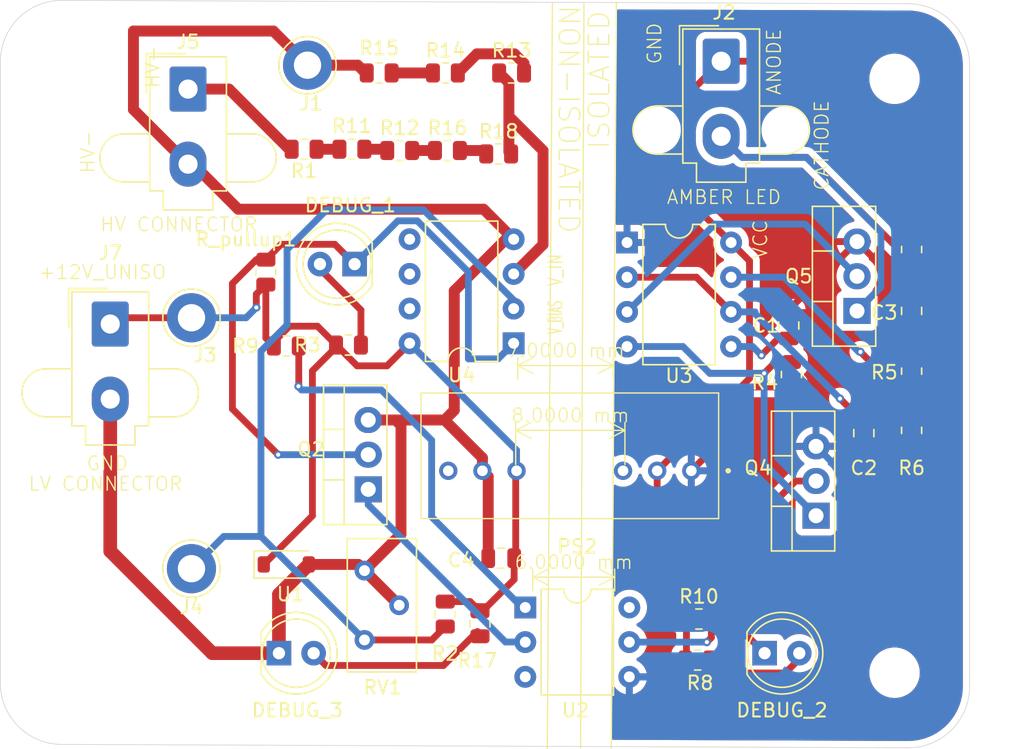
<source format=kicad_pcb>
(kicad_pcb (version 20241229) (generator "pcbnew") (generator_version "9.0")
  (layers (0 "F.Cu" signal) (2 "B.Cu" signal) (13 "F.Paste" user) (15 "B.Paste" user) (5 "F.SilkS" user "F.Silkscreen") (7 "B.SilkS" user "B.Silkscreen") (1 "F.Mask" user) (3 "B.Mask" user) (25 "Edge.Cuts" user))
  (net 0 "")
  (net 1 "12V_UNISO")
  (net 2 "HighVoltage-")
  (net 3 "Net-(DEBUG_1-K)")
  (net 4 "Net-(DEBUG_1-A)")
  (net 5 "Net-(DEBUG_2-K)")
  (net 6 "Net-(DEBUG_2-A)")
  (net 7 "Net-(DEBUG_3-A)")
  (net 8 "GND_ISO")
  (net 9 "12V_ISO")
  (net 12 "Net-(Q2-D)")
  (net 13 "V_BIAS")
  (net 14 "Net-(U3-THR)")
  (net 15 "Net-(U3-DIS)")
  (net 16 "Net-(Q5-G)")
  (net 17 "Net-(Q4-D)")
  (net 18 "Net-(U3-CV)")
  (net 19 "V_IN")
  (net 20 "Net-(J2-Pin_2)")
  (net 21 "Net-(R1-Pad2)")
  (net 22 "HighVoltage+")
  (net 23 "Net-(R9-Pad2)")
  (net 24 "Net-(R11-Pad1)")
  (net 25 "Net-(R13-Pad2)")
  (net 26 "Net-(R14-Pad1)")
  (net 29 "Net-(R12-Pad2)")
  (net 30 "Net-(R16-Pad2)")
  (footprint "TestPoint:TestPoint_Loop_D3.80mm_Drill2.0mm" (layer "F.Cu") (at 34.75 45.25)
    (property "Reference" "J3" (at 1 2.75 0) (layer "F.SilkS"))
    (property "Value" "12V TEST")
    (pad "1" thru_hole circle (at 0 0) (size 3.6 3.6) (drill 2) (layers "*.Cu" "*.Mask") (net 1 "12V_UNISO"))
  )
  (footprint "Resistor_SMD:R_0805_2012Metric" (layer "F.Cu") (at 87.5 40.25 -90)
    (property "Reference" "R7" (hide yes))
    (property "Value" "10k")
    (pad "1" smd roundrect (at -0.9125 0 270) (size 1.025 1.4) (layers "F.Cu" "F.Mask" "F.Paste") (roundrect_rratio 0.243902) (net 9 "12V_ISO"))
    (pad "2" smd roundrect (at 0.9125 0 270) (size 1.025 1.4) (layers "F.Cu" "F.Mask" "F.Paste") (roundrect_rratio 0.243902) (net 20 "Net-(J2-Pin_2)"))
  )
  (footprint "LED_THT:LED_D5.0mm" (layer "F.Cu") (at 46.7 41.32 180)
    (property "Reference" "DEBUG_1" (at 0.318694 4.32 180) (layer "F.SilkS"))
    (property "Value" "LED")
    (pad "1" thru_hole rect (at 0 0 180) (size 1.8 1.8) (drill 0.9) (layers "*.Cu" "*.Mask") (net 3 "Net-(DEBUG_1-K)"))
    (pad "2" thru_hole circle (at 2.54 0 180) (size 1.8 1.8) (drill 0.9) (layers "*.Cu" "*.Mask") (net 4 "Net-(DEBUG_1-A)"))
  )
  (footprint "Package_TO_SOT_THT:TO-220-3_Vertical" (layer "F.Cu") (at 47.696847 57.82 90)
    (property "Reference" "Q2" (at 2.939152 -4.196847 180) (layer "F.SilkS"))
    (property "Value" "NMOS")
    (pad "1" thru_hole rect (at 0 0 90) (size 1.905 2) (drill 1.1) (layers "*.Cu" "*.Mask") (net 12 "Net-(Q2-D)"))
    (pad "2" thru_hole oval (at 2.54 0 90) (size 1.905 2) (drill 1.1) (layers "*.Cu" "*.Mask") (net 3 "Net-(DEBUG_1-K)"))
    (pad "3" thru_hole oval (at 5.08 0 90) (size 1.905 2) (drill 1.1) (layers "*.Cu" "*.Mask") (net 2 "HighVoltage-"))
  )
  (footprint "MountingHole:MountingHole_3.2mm_M3" (layer "F.Cu") (at 86.25 27.75)
    (property "Reference" "H2" (hide yes))
    (property "Value" "MountingHole" (hide yes))
    (pad "" np_thru_hole circle (at 0 0) (size 3.2 3.2) (drill 3.2) (layers "*.Cu" "*.Mask"))
  )
  (footprint "Resistor_SMD:R_0805_2012Metric" (layer "F.Cu") (at 57.25 33.25)
    (property "Reference" "R18" (at 0 -1.65 0) (layer "F.SilkS"))
    (property "Value" "540k")
    (pad "1" smd roundrect (at -0.9125 0) (size 1.025 1.4) (layers "F.Cu" "F.Mask" "F.Paste") (roundrect_rratio 0.243902) (net 30 "Net-(R16-Pad2)"))
    (pad "2" smd roundrect (at 0.9125 0) (size 1.025 1.4) (layers "F.Cu" "F.Mask" "F.Paste") (roundrect_rratio 0.243902) (net 19 "V_IN"))
  )
  (footprint "Resistor_SMD:R_0805_2012Metric" (layer "F.Cu") (at 53.34 66.9525 -90)
    (property "Reference" "R2" (at 2.8975 0 180) (layer "F.SilkS"))
    (property "Value" "11k")
    (pad "1" smd roundrect (at -0.9125 0 270) (size 1.025 1.4) (layers "F.Cu" "F.Mask" "F.Paste") (roundrect_rratio 0.243902) (net 1 "12V_UNISO"))
    (pad "2" smd roundrect (at 0.9125 0 270) (size 1.025 1.4) (layers "F.Cu" "F.Mask" "F.Paste") (roundrect_rratio 0.243902) (net 13 "V_BIAS"))
  )
  (footprint "Resistor_SMD:R_0805_2012Metric" (layer "F.Cu") (at 50 33)
    (property "Reference" "R12" (at 0 -1.65 0) (layer "F.SilkS"))
    (property "Value" "540k")
    (pad "1" smd roundrect (at -0.9125 0) (size 1.025 1.4) (layers "F.Cu" "F.Mask" "F.Paste") (roundrect_rratio 0.243902) (net 24 "Net-(R11-Pad1)"))
    (pad "2" smd roundrect (at 0.9125 0) (size 1.025 1.4) (layers "F.Cu" "F.Mask" "F.Paste") (roundrect_rratio 0.243902) (net 29 "Net-(R12-Pad2)"))
  )
  (footprint "Resistor_SMD:R_0805_2012Metric" (layer "F.Cu") (at 71.831847 70.32)
    (property "Reference" "R8" (at 0.168153 1.68 0) (layer "F.SilkS"))
    (property "Value" "20k")
    (pad "1" smd roundrect (at -0.9125 0) (size 1.025 1.4) (layers "F.Cu" "F.Mask" "F.Paste") (roundrect_rratio 0.243902) (net 9 "12V_ISO"))
    (pad "2" smd roundrect (at 0.9125 0) (size 1.025 1.4) (layers "F.Cu" "F.Mask" "F.Paste") (roundrect_rratio 0.243902) (net 6 "Net-(DEBUG_2-A)"))
  )
  (footprint "Resistor_SMD:R_0805_2012Metric" (layer "F.Cu") (at 58.196847 27.32)
    (property "Reference" "R13" (at 0 -1.65 0) (layer "F.SilkS"))
    (property "Value" "20k")
    (pad "1" smd roundrect (at -0.9125 0) (size 1.025 1.4) (layers "F.Cu" "F.Mask" "F.Paste") (roundrect_rratio 0.243902) (net 19 "V_IN"))
    (pad "2" smd roundrect (at 0.9125 0) (size 1.025 1.4) (layers "F.Cu" "F.Mask" "F.Paste") (roundrect_rratio 0.243902) (net 25 "Net-(R13-Pad2)"))
  )
  (footprint "Package_DIP:DIP-8_W7.62mm" (layer "F.Cu") (at 58.35 47.12 180)
    (property "Reference" "U4" (at 3.81 -2.33 180) (layer "F.SilkS"))
    (property "Value" "LM393N/NOPB")
    (pad "1" thru_hole rect (at 0 0 180) (size 1.6 1.6) (drill 0.8) (layers "*.Cu" "*.Mask") (net 3 "Net-(DEBUG_1-K)"))
    (pad "2" thru_hole oval (at 0 2.54 180) (size 1.6 1.6) (drill 0.8) (layers "*.Cu" "*.Mask") (net 13 "V_BIAS"))
    (pad "3" thru_hole oval (at 0 5.08 180) (size 1.6 1.6) (drill 0.8) (layers "*.Cu" "*.Mask") (net 19 "V_IN"))
    (pad "4" thru_hole oval (at 0 7.62 180) (size 1.6 1.6) (drill 0.8) (layers "*.Cu" "*.Mask") (net 2 "HighVoltage-"))
    (pad "5" thru_hole oval (at 7.62 7.62 180) (size 1.6 1.6) (drill 0.8) (layers "*.Cu" "*.Mask"))
    (pad "6" thru_hole oval (at 7.62 5.08 180) (size 1.6 1.6) (drill 0.8) (layers "*.Cu" "*.Mask"))
    (pad "7" thru_hole oval (at 7.62 2.54 180) (size 1.6 1.6) (drill 0.8) (layers "*.Cu" "*.Mask"))
    (pad "8" thru_hole oval (at 7.62 0 180) (size 1.6 1.6) (drill 0.8) (layers "*.Cu" "*.Mask") (net 1 "12V_UNISO"))
  )
  (footprint "LED_THT:LED_D5.0mm" (layer "F.Cu") (at 41.156847 69.82)
    (property "Reference" "DEBUG_3" (at 1.343153 4.18 0) (layer "F.SilkS"))
    (property "Value" "LED")
    (pad "1" thru_hole rect (at 0 0) (size 1.8 1.8) (drill 0.9) (layers "*.Cu" "*.Mask") (net 2 "HighVoltage-"))
    (pad "2" thru_hole circle (at 2.54 0) (size 1.8 1.8) (drill 0.9) (layers "*.Cu" "*.Mask") (net 7 "Net-(DEBUG_3-A)"))
  )
  (footprint "Resistor_SMD:R_0805_2012Metric" (layer "F.Cu") (at 43 32.9075)
    (property "Reference" "R1" (at 0 1.5925 0) (layer "F.SilkS"))
    (property "Value" "540k")
    (pad "1" smd roundrect (at -0.9125 0) (size 1.025 1.4) (layers "F.Cu" "F.Mask" "F.Paste") (roundrect_rratio 0.243902) (net 22 "HighVoltage+"))
    (pad "2" smd roundrect (at 0.9125 0) (size 1.025 1.4) (layers "F.Cu" "F.Mask" "F.Paste") (roundrect_rratio 0.243902) (net 21 "Net-(R1-Pad2)"))
  )
  (footprint "Package_DIP:DIP-6_W7.62mm" (layer "F.Cu") (at 59.2 66.47)
    (property "Reference" "U2" (at 3.673153 7.53 0) (layer "F.SilkS"))
    (property "Value" "4N35" (hide yes))
    (pad "1" thru_hole rect (at 0 0) (size 1.6 1.6) (drill 0.8) (layers "*.Cu" "*.Mask") (net 23 "Net-(R9-Pad2)"))
    (pad "2" thru_hole oval (at 0 2.54) (size 1.6 1.6) (drill 0.8) (layers "*.Cu" "*.Mask") (net 12 "Net-(Q2-D)"))
    (pad "3" thru_hole oval (at 0 5.08) (size 1.6 1.6) (drill 0.8) (layers "*.Cu" "*.Mask"))
    (pad "4" thru_hole oval (at 7.62 5.08) (size 1.6 1.6) (drill 0.8) (layers "*.Cu" "*.Mask") (net 8 "GND_ISO"))
    (pad "5" thru_hole oval (at 7.62 2.54) (size 1.6 1.6) (drill 0.8) (layers "*.Cu" "*.Mask") (net 5 "Net-(DEBUG_2-K)"))
    (pad "6" thru_hole oval (at 7.62 0) (size 1.6 1.6) (drill 0.8) (layers "*.Cu" "*.Mask"))
  )
  (footprint "LED_THT:LED_D5.0mm" (layer "F.Cu") (at 76.731847 69.82)
    (property "Reference" "DEBUG_2" (at 1.268153 4.18 0) (layer "F.SilkS"))
    (property "Value" "LED")
    (pad "1" thru_hole rect (at 0 0) (size 1.8 1.8) (drill 0.9) (layers "*.Cu" "*.Mask") (net 5 "Net-(DEBUG_2-K)"))
    (pad "2" thru_hole circle (at 2.54 0) (size 1.8 1.8) (drill 0.9) (layers "*.Cu" "*.Mask") (net 6 "Net-(DEBUG_2-A)"))
  )
  (footprint "Capacitor_SMD:C_0805_2012Metric" (layer "F.Cu") (at 84 53.7 -90)
    (property "Reference" "C2" (at 2.55 0 180) (layer "F.SilkS"))
    (property "Value" "1uF")
    (pad "1" smd roundrect (at -0.95 0 270) (size 1 1.45) (layers "F.Cu" "F.Mask" "F.Paste") (net 14 "Net-(U3-THR)"))
    (pad "2" smd roundrect (at 0.95 0 270) (size 1 1.45) (layers "F.Cu" "F.Mask" "F.Paste") (net 8 "GND_ISO"))
  )
  (footprint "Resistor_SMD:R_0805_2012Metric" (layer "F.Cu") (at 87.5 49.1625 -90)
    (property "Reference" "R5" (at 0.0875 2 0) (layer "F.SilkS"))
    (property "Value" "22k")
    (pad "1" smd roundrect (at -0.9125 0 270) (size 1.025 1.4) (layers "F.Cu" "F.Mask" "F.Paste") (roundrect_rratio 0.243902) (net 9 "12V_ISO"))
    (pad "2" smd roundrect (at 0.9125 0 270) (size 1.025 1.4) (layers "F.Cu" "F.Mask" "F.Paste") (roundrect_rratio 0.243902) (net 15 "Net-(U3-DIS)"))
  )
  (footprint "TestPoint:TestPoint_Loop_D3.80mm_Drill2.0mm" (layer "F.Cu") (at 43.25 26.75)
    (property "Reference" "J1" (at 0.25 2.8 0) (layer "F.SilkS"))
    (property "Value" "V_BIAS TEST")
    (pad "1" thru_hole circle (at 0 0) (size 3.6 3.6) (drill 2) (layers "*.Cu" "*.Mask") (net 2 "HighVoltage-"))
  )
  (footprint "MountingHole:MountingHole_3.2mm_M3" (layer "F.Cu") (at 26.25 71)
    (property "Reference" "H4" (hide yes))
    (property "Value" "MountingHole" (hide yes))
    (pad "" np_thru_hole circle (at 0 0) (size 3.2 3.2) (drill 3.2) (layers "*.Cu" "*.Mask"))
  )
  (footprint "Connector_Molex:Molex_Mini-Fit_Jr_5566-02A2_2x01_P4.20mm_Vertical" (layer "F.Cu") (at 28.8 45.71)
    (property "Reference" "J7" (at 0 -5.21 0) (layer "F.SilkS"))
    (property "Value" "Conn_01x02")
    (pad "" np_thru_hole circle (at -4.7 5.04) (size 3 3) (drill 3) (layers "*.Cu" "*.Mask"))
    (pad "" np_thru_hole circle (at 4.7 5.04) (size 3 3) (drill 3) (layers "*.Cu" "*.Mask"))
    (pad "1" thru_hole roundrect (at 0 0) (size 2.7 3.3) (drill 1.4) (layers "*.Cu" "*.Mask") (roundrect_rratio 0.092593) (net 1 "12V_UNISO"))
    (pad "2" thru_hole oval (at 0 5.5) (size 2.7 3.3) (drill 1.4) (layers "*.Cu" "*.Mask") (net 2 "HighVoltage-"))
  )
  (footprint "Resistor_SMD:R_0805_2012Metric" (layer "F.Cu") (at 53.5 33)
    (property "Reference" "R16" (at 0 -1.65 0) (layer "F.SilkS"))
    (property "Value" "540k")
    (pad "1" smd roundrect (at -0.9125 0) (size 1.025 1.4) (layers "F.Cu" "F.Mask" "F.Paste") (roundrect_rratio 0.243902) (net 29 "Net-(R12-Pad2)"))
    (pad "2" smd roundrect (at 0.9125 0) (size 1.025 1.4) (layers "F.Cu" "F.Mask" "F.Paste") (roundrect_rratio 0.243902) (net 30 "Net-(R16-Pad2)"))
  )
  (footprint "MountingHole:MountingHole_3.2mm_M3" (layer "F.Cu") (at 26.25 27.5)
    (property "Reference" "H1" (hide yes))
    (property "Value" "MountingHole" (hide yes))
    (pad "" np_thru_hole circle (at 0 0) (size 3.2 3.2) (drill 3.2) (layers "*.Cu" "*.Mask"))
  )
  (footprint "Resistor_SMD:R_0805_2012Metric" (layer "F.Cu") (at 78.696847 49.4075 90)
    (property "Reference" "R4" (at -0.5925 -1.946847 180) (layer "F.SilkS"))
    (property "Value" "22k")
    (pad "1" smd roundrect (at -0.9125 0 90) (size 1.025 1.4) (layers "F.Cu" "F.Mask" "F.Paste") (roundrect_rratio 0.243902) (net 9 "12V_ISO"))
    (pad "2" smd roundrect (at 0.9125 0 90) (size 1.025 1.4) (layers "F.Cu" "F.Mask" "F.Paste") (roundrect_rratio 0.243902) (net 17 "Net-(Q4-D)"))
  )
  (footprint "Resistor_SMD:R_0805_2012Metric" (layer "F.Cu") (at 48.5 27.32 180)
    (property "Reference" "R15" (at 0 1.82 0) (layer "F.SilkS"))
    (property "Value" "20k")
    (pad "1" smd roundrect (at -0.9125 0 180) (size 1.025 1.4) (layers "F.Cu" "F.Mask" "F.Paste") (roundrect_rratio 0.243902) (net 26 "Net-(R14-Pad1)"))
    (pad "2" smd roundrect (at 0.9125 0 180) (size 1.025 1.4) (layers "F.Cu" "F.Mask" "F.Paste") (roundrect_rratio 0.243902) (net 2 "HighVoltage-"))
  )
  (footprint "Capacitor_SMD:C_0805_2012Metric" (layer "F.Cu") (at 78.5 45.82 90)
    (property "Reference" "C1" (at 0 -1.68 180) (layer "F.SilkS"))
    (property "Value" "100nF" (hide yes))
    (pad "1" smd roundrect (at -0.95 0 90) (size 1 1.45) (layers "F.Cu" "F.Mask" "F.Paste") (net 18 "Net-(U3-CV)"))
    (pad "2" smd roundrect (at 0.95 0 90) (size 1 1.45) (layers "F.Cu" "F.Mask" "F.Paste") (net 8 "GND_ISO"))
  )
  (footprint "Resistor_SMD:R_0805_2012Metric" (layer "F.Cu") (at 40.196847 41.9075 90)
    (property "Reference" "R_pullup1" (at 2.4075 -1.468694 180) (layer "F.SilkS"))
    (property "Value" "15k")
    (pad "1" smd roundrect (at -0.9125 0 90) (size 1.025 1.4) (layers "F.Cu" "F.Mask" "F.Paste") (roundrect_rratio 0.243902) (net 1 "12V_UNISO"))
    (pad "2" smd roundrect (at 0.9125 0 90) (size 1.025 1.4) (layers "F.Cu" "F.Mask" "F.Paste") (roundrect_rratio 0.243902) (net 3 "Net-(DEBUG_1-K)"))
  )
  (footprint "Potentiometer_THT:Potentiometer_Bourns_3296Y_Vertical" (layer "F.Cu") (at 47.421847 63.77 90)
    (property "Reference" "RV1" (at -8.55 1.328153 180) (layer "F.SilkS"))
    (property "Value" "1k default (1-5k)")
    (pad "1" thru_hole circle (at 0 0 90) (size 1.44 1.44) (drill 0.8) (layers "*.Cu" "*.Mask") (net 2 "HighVoltage-"))
    (pad "2" thru_hole circle (at -2.54 2.54 90) (size 1.44 1.44) (drill 0.8) (layers "*.Cu" "*.Mask") (net 2 "HighVoltage-"))
    (pad "3" thru_hole circle (at -5.08 0 90) (size 1.44 1.44) (drill 0.8) (layers "*.Cu" "*.Mask") (net 13 "V_BIAS"))
  )
  (footprint "Capacitor_SMD:C_0805_2012Metric" (layer "F.Cu") (at 57.436847 62.86)
    (property "Reference" "C4" (at -2.936847 0.14 0) (layer "F.SilkS"))
    (property "Value" "100nF")
    (pad "1" smd roundrect (at -0.95 0) (size 1 1.45) (layers "F.Cu" "F.Mask" "F.Paste") (net 2 "HighVoltage-"))
    (pad "2" smd roundrect (at 0.95 0) (size 1 1.45) (layers "F.Cu" "F.Mask" "F.Paste") (net 1 "12V_UNISO"))
  )
  (footprint "Resistor_SMD:R_0805_2012Metric" (layer "F.Cu") (at 87.5 53.5 90)
    (property "Reference" "R6" (at -2.75 0 180) (layer "F.SilkS"))
    (property "Value" "220k")
    (pad "1" smd roundrect (at -0.9125 0 90) (size 1.025 1.4) (layers "F.Cu" "F.Mask" "F.Paste") (roundrect_rratio 0.243902) (net 15 "Net-(U3-DIS)"))
    (pad "2" smd roundrect (at 0.9125 0 90) (size 1.025 1.4) (layers "F.Cu" "F.Mask" "F.Paste") (roundrect_rratio 0.243902) (net 14 "Net-(U3-THR)"))
  )
  (footprint "Resistor_SMD:R_0805_2012Metric" (layer "F.Cu") (at 46.5 32.9075 180)
    (property "Reference" "R11" (at 0 1.7125 0) (layer "F.SilkS"))
    (property "Value" "540k")
    (pad "1" smd roundrect (at -0.9125 0 180) (size 1.025 1.4) (layers "F.Cu" "F.Mask" "F.Paste") (roundrect_rratio 0.243902) (net 24 "Net-(R11-Pad1)"))
    (pad "2" smd roundrect (at 0.9125 0 180) (size 1.025 1.4) (layers "F.Cu" "F.Mask" "F.Paste") (roundrect_rratio 0.243902) (net 21 "Net-(R1-Pad2)"))
  )
  (footprint "Connector_Molex:Molex_Mini-Fit_Jr_5566-02A2_2x01_P4.20mm_Vertical" (layer "F.Cu") (at 73.55 26.46)
    (property "Reference" "J2" (at 0.213153 -3.57 0) (layer "F.SilkS"))
    (property "Value" "Conn_01x02")
    (pad "" np_thru_hole circle (at -4.7 5.04) (size 3 3) (drill 3) (layers "*.Cu" "*.Mask"))
    (pad "" np_thru_hole circle (at 4.7 5.04) (size 3 3) (drill 3) (layers "*.Cu" "*.Mask"))
    (pad "1" thru_hole roundrect (at 0 0) (size 2.7 3.3) (drill 1.4) (layers "*.Cu" "*.Mask") (roundrect_rratio 0.092593) (net 9 "12V_ISO"))
    (pad "2" thru_hole oval (at 0 5.5) (size 2.7 3.3) (drill 1.4) (layers "*.Cu" "*.Mask") (net 20 "Net-(J2-Pin_2)"))
  )
  (footprint "Package_TO_SOT_THT:TO-220-3_Vertical" (layer "F.Cu") (at 80.5 59.75 90)
    (property "Reference" "Q4" (at 3.5 -4.25 180) (layer "F.SilkS"))
    (property "Value" "NMOS")
    (pad "1" thru_hole rect (at 0 0 90) (size 1.905 2) (drill 1.1) (layers "*.Cu" "*.Mask") (net 17 "Net-(Q4-D)"))
    (pad "2" thru_hole oval (at 2.54 0 90) (size 1.905 2) (drill 1.1) (layers "*.Cu" "*.Mask") (net 5 "Net-(DEBUG_2-K)"))
    (pad "3" thru_hole oval (at 5.08 0 90) (size 1.905 2) (drill 1.1) (layers "*.Cu" "*.Mask") (net 8 "GND_ISO"))
  )
  (footprint "Diode_SMD:D_SOD-123" (layer "F.Cu") (at 41.696847 63.32)
    (property "Reference" "U1" (at 0.303153 2.18 0) (layer "F.SilkS"))
    (property "Value" "MMSZ5245BT1G" (hide yes))
    (pad "1" smd roundrect (at -1.65 0) (size 0.9 1.2) (layers "F.Cu" "F.Mask" "F.Paste") (net 1 "12V_UNISO"))
    (pad "2" smd roundrect (at 1.65 0) (size 0.9 1.2) (layers "F.Cu" "F.Mask" "F.Paste") (net 2 "HighVoltage-"))
  )
  (footprint "Package_DIP:DIP-8_W7.62mm" (layer "F.Cu") (at 66.656847 39.74)
    (property "Reference" "U3" (at 3.81 9.76 0) (layer "F.SilkS"))
    (property "Value" "LM555xN")
    (pad "1" thru_hole rect (at 0 0) (size 1.6 1.6) (drill 0.8) (layers "*.Cu" "*.Mask") (net 8 "GND_ISO"))
    (pad "2" thru_hole oval (at 0 2.54) (size 1.6 1.6) (drill 0.8) (layers "*.Cu" "*.Mask") (net 14 "Net-(U3-THR)"))
    (pad "3" thru_hole oval (at 0 5.08) (size 1.6 1.6) (drill 0.8) (layers "*.Cu" "*.Mask") (net 16 "Net-(Q5-G)"))
    (pad "4" thru_hole oval (at 0 7.62) (size 1.6 1.6) (drill 0.8) (layers "*.Cu" "*.Mask") (net 17 "Net-(Q4-D)"))
    (pad "5" thru_hole oval (at 7.62 7.62) (size 1.6 1.6) (drill 0.8) (layers "*.Cu" "*.Mask") (net 18 "Net-(U3-CV)"))
    (pad "6" thru_hole oval (at 7.62 5.08) (size 1.6 1.6) (drill 0.8) (layers "*.Cu" "*.Mask") (net 14 "Net-(U3-THR)"))
    (pad "7" thru_hole oval (at 7.62 2.54) (size 1.6 1.6) (drill 0.8) (layers "*.Cu" "*.Mask") (net 15 "Net-(U3-DIS)"))
    (pad "8" thru_hole oval (at 7.62 0) (size 1.6 1.6) (drill 0.8) (layers "*.Cu" "*.Mask") (net 9 "12V_ISO"))
  )
  (footprint "TestPoint:TestPoint_Loop_D3.80mm_Drill2.0mm" (layer "F.Cu") (at 34.75 63.63)
    (property "Reference" "J4" (at 0 2.8 0) (layer "F.SilkS"))
    (property "Value" "V_IN TEST")
    (pad "1" thru_hole circle (at 0 0) (size 3.6 3.6) (drill 2) (layers "*.Cu" "*.Mask") (net 13 "V_BIAS"))
  )
  (footprint "Resistor_SMD:R_0805_2012Metric" (layer "F.Cu") (at 53.348423 27.32)
    (property "Reference" "R14" (at 0 -1.65 0) (layer "F.SilkS"))
    (property "Value" "20k")
    (pad "1" smd roundrect (at -0.9125 0) (size 1.025 1.4) (layers "F.Cu" "F.Mask" "F.Paste") (roundrect_rratio 0.243902) (net 26 "Net-(R14-Pad1)"))
    (pad "2" smd roundrect (at 0.9125 0) (size 1.025 1.4) (layers "F.Cu" "F.Mask" "F.Paste") (roundrect_rratio 0.243902) (net 25 "Net-(R13-Pad2)"))
  )
  (footprint "Resistor_SMD:R_0805_2012Metric" (layer "F.Cu") (at 71.919347 67.32)
    (property "Reference" "R10" (at 0 -1.65 0) (layer "F.SilkS"))
    (property "Value" "20k" (hide yes))
    (pad "1" smd roundrect (at -0.9125 0) (size 1.025 1.4) (layers "F.Cu" "F.Mask" "F.Paste") (roundrect_rratio 0.243902) (net 9 "12V_ISO"))
    (pad "2" smd roundrect (at 0.9125 0) (size 1.025 1.4) (layers "F.Cu" "F.Mask" "F.Paste") (roundrect_rratio 0.243902) (net 5 "Net-(DEBUG_2-K)"))
  )
  (footprint "MountingHole:MountingHole_3.2mm_M3" (layer "F.Cu") (at 86.25 71.25)
    (property "Reference" "H3" (hide yes))
    (property "Value" "MountingHole" (hide yes))
    (pad "" np_thru_hole circle (at 0 0) (size 3.2 3.2) (drill 3.2) (layers "*.Cu" "*.Mask"))
  )
  (footprint "Package_TO_SOT_THT:TO-220-3_Vertical" (layer "F.Cu") (at 83.5 44.75 90)
    (property "Reference" "Q5" (at 2.54 -4.27 180) (layer "F.SilkS"))
    (property "Value" "NMOS")
    (pad "1" thru_hole rect (at 0 0 90) (size 1.905 2) (drill 1.1) (layers "*.Cu" "*.Mask") (net 20 "Net-(J2-Pin_2)"))
    (pad "2" thru_hole oval (at 2.54 0 90) (size 1.905 2) (drill 1.1) (layers "*.Cu" "*.Mask") (net 16 "Net-(Q5-G)"))
    (pad "3" thru_hole oval (at 5.08 0 90) (size 1.905 2) (drill 1.1) (layers "*.Cu" "*.Mask") (net 8 "GND_ISO"))
  )
  (footprint "Resistor_SMD:R_0805_2012Metric" (layer "F.Cu") (at 46.25 47.25)
    (property "Reference" "R3" (at -3 0 0) (layer "F.SilkS"))
    (property "Value" "20k")
    (pad "1" smd roundrect (at -0.9125 0) (size 1.025 1.4) (layers "F.Cu" "F.Mask" "F.Paste") (roundrect_rratio 0.243902) (net 1 "12V_UNISO"))
    (pad "2" smd roundrect (at 0.9125 0) (size 1.025 1.4) (layers "F.Cu" "F.Mask" "F.Paste") (roundrect_rratio 0.243902) (net 4 "Net-(DEBUG_1-A)"))
  )
  (footprint "Resistor_SMD:R_0805_2012Metric" (layer "F.Cu") (at 41.696847 47.32)
    (property "Reference" "R9" (at -3 0 0) (layer "F.SilkS"))
    (property "Value" "10k")
    (pad "1" smd roundrect (at -0.9125 0) (size 1.025 1.4) (layers "F.Cu" "F.Mask" "F.Paste") (roundrect_rratio 0.243902) (net 1 "12V_UNISO"))
    (pad "2" smd roundrect (at 0.9125 0) (size 1.025 1.4) (layers "F.Cu" "F.Mask" "F.Paste") (roundrect_rratio 0.243902) (net 23 "Net-(R9-Pad2)"))
  )
  (footprint "SPAN02A12:SPAN02A12" (layer "F.Cu") (at 71.361847 56.46 180)
    (property "Reference" "PS2" (at 8.361847 -5.54 0) (layer "F.SilkS"))
    (property "Value" "SPAN02A-12")
    (pad "1" thru_hole circle (at 0 0 180) (size 1.337 1.337) (drill 0.78) (layers "*.Cu" "*.Mask") (net 8 "GND_ISO"))
    (pad "2" thru_hole circle (at 2.5 0 180) (size 1.337 1.337) (drill 0.78) (layers "*.Cu" "*.Mask") (net 9 "12V_ISO"))
    (pad "3" thru_hole circle (at 5 0 180) (size 1.337 1.337) (drill 0.78) (layers "*.Cu" "*.Mask"))
    (pad "6" thru_hole circle (at 12.8 0 180) (size 1.337 1.337) (drill 0.78) (layers "*.Cu" "*.Mask") (net 1 "12V_UNISO"))
    (pad "7" thru_hole circle (at 15.3 0 180) (size 1.337 1.337) (drill 0.78) (layers "*.Cu" "*.Mask") (net 2 "HighVoltage-"))
    (pad "8" thru_hole circle (at 17.8 0 180) (size 1.337 1.337) (drill 0.78) (layers "*.Cu" "*.Mask"))
  )
  (footprint "Connector_Molex:Molex_Mini-Fit_Jr_5566-02A2_2x01_P4.20mm_Vertical" (layer "F.Cu") (at 34.5 28.5)
    (property "Reference" "J5" (at 0 -3.45 0) (layer "F.SilkS"))
    (property "Value" "Conn_01x02")
    (pad "" np_thru_hole circle (at -4.7 5.04) (size 3 3) (drill 3) (layers "*.Cu" "*.Mask"))
    (pad "" np_thru_hole circle (at 4.7 5.04) (size 3 3) (drill 3) (layers "*.Cu" "*.Mask"))
    (pad "1" thru_hole roundrect (at 0 0) (size 2.7 3.3) (drill 1.4) (layers "*.Cu" "*.Mask") (roundrect_rratio 0.092593) (net 22 "HighVoltage+"))
    (pad "2" thru_hole oval (at 0 5.5) (size 2.7 3.3) (drill 1.4) (layers "*.Cu" "*.Mask") (net 2 "HighVoltage-"))
  )
  (footprint "Capacitor_SMD:C_0805_2012Metric" (layer "F.Cu") (at 87.5 44.75 90)
    (property "Reference" "C3" (at -0.13 -2.006847 180) (layer "F.SilkS"))
    (property "Value" "100nF")
    (pad "1" smd roundrect (at -0.95 0 90) (size 1 1.45) (layers "F.Cu" "F.Mask" "F.Paste") (net 9 "12V_ISO"))
    (pad "2" smd roundrect (at 0.95 0 90) (size 1 1.45) (layers "F.Cu" "F.Mask" "F.Paste") (net 8 "GND_ISO"))
  )
  (footprint "Resistor_SMD:R_0805_2012Metric" (layer "F.Cu") (at 55.88 67.6675 -90)
    (property "Reference" "R17" (at 2.68 0.196847 180) (layer "F.SilkS"))
    (property "Value" "20k")
    (pad "1" smd roundrect (at -0.9125 0 270) (size 1.025 1.4) (layers "F.Cu" "F.Mask" "F.Paste") (roundrect_rratio 0.243902) (net 1 "12V_UNISO"))
    (pad "2" smd roundrect (at 0.9125 0 270) (size 1.025 1.4) (layers "F.Cu" "F.Mask" "F.Paste") (roundrect_rratio 0.243902) (net 7 "Net-(DEBUG_3-A)"))
  )
  (gr_line (start 65.5 76.75) (end 65.875 22.125) (stroke (width 0.1)) (layer "F.SilkS"))
  (gr_line (start 60.8125 76.8125) (end 61.1875 22.1875) (stroke (width 0.1)) (layer "F.SilkS"))
  (gr_line (start 63.25 76.75) (end 63.5 22.25) (stroke (width 0.1)) (layer "F.SilkS"))
  (gr_arc (start 20.75 26.5) (mid 22.068019 23.318019) (end 25.25 22) (stroke (width 0.05)) (layer "Edge.Cuts"))
  (gr_arc (start 25.25 76.5) (mid 22.068019 75.181981) (end 20.75 72) (stroke (width 0.05)) (layer "Edge.Cuts"))
  (gr_line (start 25.25 22) (end 87.25 22.25) (stroke (width 0.05)) (layer "Edge.Cuts"))
  (gr_line (start 91.75 72.25) (end 91.75 26.75) (stroke (width 0.05)) (layer "Edge.Cuts"))
  (gr_line (start 25.25 76.5) (end 87.25 76.75) (stroke (width 0.05)) (layer "Edge.Cuts"))
  (gr_arc (start 91.75 72.25) (mid 90.431981 75.431981) (end 87.25 76.75) (stroke (width 0.05)) (layer "Edge.Cuts"))
  (gr_line (start 20.75 72) (end 20.75 26.5) (stroke (width 0.05)) (layer "Edge.Cuts"))
  (gr_arc (start 87.25 22.25) (mid 90.431981 23.568019) (end 91.75 26.75) (stroke (width 0.05)) (layer "Edge.Cuts"))
  (gr_text "ANODE" (at 78 29 90) (layer "F.SilkS") (effects (font (size 1 1) (thickness 0.1)) (justify left bottom)))
  (gr_text "V_IN" (at 62 43 90) (layer "F.SilkS") (effects (font (size 1 0.75) (thickness 0.1)) (justify left bottom)))
  (gr_text "HV+" (at 32.5 28.5 90) (layer "F.SilkS") (effects (font (size 1 1) (thickness 0.1)) (justify left bottom)))
  (gr_text "NON-ISOLATED" (at 61.5 22.25 270) (layer "F.SilkS") (effects (font (size 1.5 1.5) (thickness 0.1)) (justify left bottom)))
  (gr_text "LV CONNECTOR" (at 22.75 58 0) (layer "F.SilkS") (effects (font (size 1 1) (thickness 0.1)) (justify left bottom)))
  (gr_text "CATHODE" (at 81.5 36 90) (layer "F.SilkS") (effects (font (size 1 1) (thickness 0.1)) (justify left bottom)))
  (gr_text "VCC" (at 77 41 90) (layer "F.SilkS") (effects (font (size 1 1) (thickness 0.1)) (justify left bottom)))
  (gr_text "GND" (at 27 56.5 0) (layer "F.SilkS") (effects (font (size 1 1) (thickness 0.1)) (justify left bottom)))
  (gr_text "+12V_UNISO" (at 23.5 42.5 0) (layer "F.SilkS") (effects (font (size 1 1) (thickness 0.1)) (justify left bottom)))
  (gr_text "HV CONNECTOR" (at 28 39 0) (layer "F.SilkS") (effects (font (size 1 1) (thickness 0.1)) (justify left bottom)))
  (gr_text "V_BIAS" (at 62 46.5 90) (layer "F.SilkS") (effects (font (size 1 0.5) (thickness 0.1)) (justify left bottom)))
  (gr_text "ISOLATED" (at 65.5 33 90) (layer "F.SilkS") (effects (font (size 1.5 1.5) (thickness 0.1)) (justify left bottom)))
  (gr_text "AMBER LED" (at 69.5 37 0) (layer "F.SilkS") (effects (font (size 1 1) (thickness 0.1)) (justify left bottom)))
  (gr_text "HV-" (at 27.75 34.75 90) (layer "F.SilkS") (effects (font (size 1 1) (thickness 0.1)) (justify left bottom)))
  (gr_text "GND" (at 69.25 26.75 90) (layer "F.SilkS") (effects (font (size 1 1) (thickness 0.1)) (justify left bottom)))
  (dimension (type aligned) (layer "F.SilkS") (pts (xy 66.5 56.5) (xy 58.5 56.5)) (height 2.999999) (format (prefix "") (suffix "") (units 3) (units_format 1) (precision 4)) (style (thickness 0.1) (arrow_length 1.27) (text_position_mode 0) (arrow_direction outward) (extension_height 0.58642) (extension_offset 0.5) (keep_text_aligned yes)) (gr_text "8.0000 mm" (at 62.5 52.400001 0) (layer "F.SilkS") (effects (font (size 1 1) (thickness 0.1)))))
  (dimension (type aligned) (layer "F.SilkS") (pts (xy 59.75 65.75) (xy 65.75 65.75)) (height -1.5) (format (prefix "") (suffix "") (units 3) (units_format 1) (precision 4)) (style (thickness 0.1) (arrow_length 1.27) (text_position_mode 0) (arrow_direction outward) (extension_height 0.58642) (extension_offset 0.5) (keep_text_aligned yes)) (gr_text "6.0000 mm" (at 62.75 63.15 0) (layer "F.SilkS") (effects (font (size 1 1) (thickness 0.1)))))
  (dimension (type aligned) (layer "F.SilkS") (pts (xy 65.653153 50.25) (xy 58.653153 50.25)) (height 1.5) (format (prefix "") (suffix "") (units 3) (units_format 1) (precision 4)) (style (thickness 0.1) (arrow_length 1.27) (text_position_mode 0) (arrow_direction outward) (extension_height 0.58642) (extension_offset 0.5) (keep_text_aligned yes)) (gr_text "7.0000 mm" (at 62.153153 47.65 0) (layer "F.SilkS") (effects (font (size 1 1) (thickness 0.1)))))
  (segment (start 40.196847 46.7325) (end 40.784347 47.32) (width 0.5) (layer "F.Cu") (net 1))
  (segment (start 55.388205 66.4075) (end 55.696847 66.4075) (width 0.5) (layer "F.Cu") (net 1))
  (segment (start 34.75 45.25) (end 29.26 45.25) (width 0.5) (layer "F.Cu") (net 1))
  (segment (start 55.165 66.04) (end 55.88 66.755) (width 0.5) (layer "F.Cu") (net 1))
  (segment (start 43.98 45.87) (end 46.88 48.77) (width 0.5) (layer "F.Cu") (net 1))
  (segment (start 29.26 45.25) (end 28.8 45.71) (width 0.5) (layer "F.Cu") (net 1))
  (segment (start 58.386847 64.4175) (end 58.386847 62.86) (width 0.5) (layer "F.Cu") (net 1))
  (segment (start 46.88 48.77) (end 49.08 48.77) (width 0.5) (layer "F.Cu") (net 1))
  (segment (start 41.925705 45.87) (end 43.98 45.87) (width 0.5) (layer "F.Cu") (net 1))
  (segment (start 58.5 56.521847) (end 58.561847 56.46) (width 0.5) (layer "F.Cu") (net 1))
  (segment (start 40.046847 63.32) (end 43.609347 59.7575) (width 0.5) (layer "F.Cu") (net 1))
  (segment (start 58.5 62.746847) (end 58.5 56.521847) (width 0.5) (layer "F.Cu") (net 1))
  (segment (start 43.609347 59.7575) (end 43.609347 49.140653) (width 0.5) (layer "F.Cu") (net 1))
  (segment (start 40.196847 42.82) (end 40.196847 46.7325) (width 0.5) (layer "F.Cu") (net 1))
  (segment (start 49.08 48.77) (end 50.73 47.12) (width 0.5) (layer "F.Cu") (net 1))
  (segment (start 39.5 43.516847) (end 40.196847 42.82) (width 0.5) (layer "F.Cu") (net 1))
  (segment (start 40.784347 47.011358) (end 41.925705 45.87) (width 0.5) (layer "F.Cu") (net 1))
  (segment (start 43.609347 49.140653) (end 45.43 47.32) (width 0.5) (layer "F.Cu") (net 1))
  (segment (start 56.396847 66.4075) (end 58.386847 64.4175) (width 0.5) (layer "F.Cu") (net 1))
  (segment (start 40.784347 47.32) (end 40.784347 47.011358) (width 0.5) (layer "F.Cu") (net 1))
  (segment (start 58.386847 62.86) (end 58.5 62.746847) (width 0.5) (layer "F.Cu") (net 1))
  (segment (start 55.696847 66.4075) (end 56.396847 66.4075) (width 0.5) (layer "F.Cu") (net 1))
  (segment (start 39.5 44.5) (end 39.5 43.516847) (width 0.5) (layer "F.Cu") (net 1))
  (segment (start 53.34 66.04) (end 55.165 66.04) (width 0.5) (layer "F.Cu") (net 1))
  (via (at 39.5 44.5) (size 0.6) (drill 0.3) (layers "F.Cu" "B.Cu") (net 1))
  (segment (start 58.561847 56.46) (end 58.561847 54.951847) (width 0.5) (layer "B.Cu") (net 1))
  (segment (start 39.5 44.5) (end 38.75 45.25) (width 0.5) (layer "B.Cu") (net 1))
  (segment (start 58.561847 54.951847) (end 50.73 47.12) (width 0.5) (layer "B.Cu") (net 1))
  (segment (start 38.75 45.25) (end 34.75 45.25) (width 0.5) (layer "B.Cu") (net 1))
  (segment (start 30.5 24.25) (end 30.5 30) (width 0.8) (layer "F.Cu") (net 2))
  (segment (start 56.061847 55.514599) (end 56.061847 56.46) (width 0.8) (layer "F.Cu") (net 2))
  (segment (start 28.8 62.346905) (end 36.273095 69.82) (width 1) (layer "F.Cu") (net 2))
  (segment (start 50.096847 53.14) (end 50.096847 61.095) (width 0.8) (layer "F.Cu") (net 2))
  (segment (start 43.25 26.75) (end 46.93 26.75) (width 0.8) (layer "F.Cu") (net 2))
  (segment (start 28.8 51.21) (end 28.8 62.346905) (width 1) (layer "F.Cu") (net 2))
  (segment (start 53.776847 52.250401) (end 53.287248 52.74) (width 0.8) (layer "F.Cu") (net 2))
  (segment (start 56.486847 62.86) (end 56.486847 56.885) (width 0.8) (layer "F.Cu") (net 2))
  (segment (start 46.971847 63.32) (end 47.421847 63.77) (width 0.8) (layer "F.Cu") (net 2))
  (segment (start 57.77873 39.5) (end 54 43.27873) (width 0.8) (layer "F.Cu") (net 2))
  (segment (start 38.175 37.3) (end 35.0675 34.1925) (width 0.8) (layer "F.Cu") (net 2))
  (segment (start 58.35 39.5) (end 57.77873 39.5) (width 0.8) (layer "F.Cu") (net 2))
  (segment (start 50.096847 61.095) (end 47.421847 63.77) (width 0.8) (layer "F.Cu") (net 2))
  (segment (start 54 43.27873) (end 54 52.027248) (width 0.8) (layer "F.Cu") (net 2))
  (segment (start 47.696847 52.74) (end 49.696847 52.74) (width 0.8) (layer "F.Cu") (net 2))
  (segment (start 40.75 24.25) (end 30.5 24.25) (width 0.8) (layer "F.Cu") (net 2))
  (segment (start 56.15 37.3) (end 38.175 37.3) (width 0.8) (layer "F.Cu") (net 2))
  (segment (start 49.696847 52.74) (end 53.287248 52.74) (width 0.8) (layer "F.Cu") (net 2))
  (segment (start 58.35 39.5) (end 56.15 37.3) (width 0.8) (layer "F.Cu") (net 2))
  (segment (start 30.5 30) (end 34.5 34) (width 0.8) (layer "F.Cu") (net 2))
  (segment (start 53.287248 52.74) (end 56.061847 55.514599) (width 0.8) (layer "F.Cu") (net 2))
  (segment (start 43.346847 63.32) (end 41.156847 65.51) (width 1) (layer "F.Cu") (net 2))
  (segment (start 36.273095 69.82) (end 41.156847 69.82) (width 1) (layer "F.Cu") (net 2))
  (segment (start 49.961847 66.31) (end 47.421847 63.77) (width 0.8) (layer "F.Cu") (net 2))
  (segment (start 43.25 26.75) (end 40.75 24.25) (width 0.8) (layer "F.Cu") (net 2))
  (segment (start 41.156847 65.51) (end 41.156847 69.82) (width 1) (layer "F.Cu") (net 2))
  (segment (start 46.93 26.75) (end 47.5 27.32) (width 0.8) (layer "F.Cu") (net 2))
  (segment (start 56.486847 56.885) (end 56.061847 56.46) (width 0.8) (layer "F.Cu") (net 2))
  (segment (start 49.696847 52.74) (end 50.096847 53.14) (width 0.8) (layer "F.Cu") (net 2))
  (segment (start 54 52.027248) (end 53.776847 52.250401) (width 0.8) (layer "F.Cu") (net 2))
  (segment (start 43.346847 63.32) (end 46.971847 63.32) (width 0.8) (layer "F.Cu") (net 2))
  (segment (start 37.75 42.741847) (end 39.496847 40.995) (width 0.5) (layer "F.Cu") (net 3))
  (segment (start 41.321847 39.87) (end 45.25 39.87) (width 0.5) (layer "F.Cu") (net 3))
  (segment (start 39.496847 40.995) (end 40.196847 40.995) (width 0.5) (layer "F.Cu") (net 3))
  (segment (start 45.25 39.87) (end 46.7 41.32) (width 0.5) (layer "F.Cu") (net 3))
  (segment (start 37.75 51.928153) (end 37.75 42.741847) (width 0.5) (layer "F.Cu") (net 3))
  (segment (start 41.101847 55.28) (end 37.75 51.928153) (width 0.5) (layer "F.Cu") (net 3))
  (segment (start 40.196847 40.995) (end 41.321847 39.87) (width 0.5) (layer "F.Cu") (net 3))
  (via (at 41.101847 55.28) (size 0.6) (drill 0.3) (layers "F.Cu" "B.Cu") (net 3))
  (segment (start 41.101847 55.28) (end 47.696847 55.28) (width 0.5) (layer "B.Cu") (net 3))
  (segment (start 55.033153 48.26) (end 57.21 48.26) (width 0.5) (layer "B.Cu") (net 3))
  (segment (start 51.289603 38.149) (end 55.033153 41.89255) (width 0.5) (layer "B.Cu") (net 3))
  (segment (start 57.21 48.26) (end 58.35 47.12) (width 0.5) (layer "B.Cu") (net 3))
  (segment (start 49.871 38.149) (end 51.289603 38.149) (width 0.5) (layer "B.Cu") (net 3))
  (segment (start 55.033153 41.89255) (end 55.033153 48.26) (width 0.5) (layer "B.Cu") (net 3))
  (segment (start 46.7 41.32) (end 49.871 38.149) (width 0.5) (layer "B.Cu") (net 3))
  (segment (start 47.1625 47.25) (end 47.1625 44.6825) (width 0.5) (layer "F.Cu") (net 4))
  (segment (start 47.2325 47.32) (end 47.1625 47.25) (width 0.5) (layer "F.Cu") (net 4))
  (segment (start 44.16 41.68) (end 44.16 41.32) (width 0.5) (layer "F.Cu") (net 4))
  (segment (start 47.1625 44.6825) (end 44.16 41.68) (width 0.5) (layer "F.Cu") (net 4))
  (segment (start 72.831847 67.145) (end 72.831847 67.32) (width 0.5) (layer "F.Cu") (net 5))
  (segment (start 74.231847 61.978153) (end 79 57.21) (width 0.5) (layer "F.Cu") (net 5))
  (segment (start 74.231847 67.32) (end 74.231847 61.978153) (width 0.5) (layer "F.Cu") (net 5))
  (segment (start 72.831847 67.32) (end 74.231847 67.32) (width 0.5) (layer "F.Cu") (net 5))
  (segment (start 74.231847 67.32) (end 76.731847 69.82) (width 0.5) (layer "F.Cu") (net 5))
  (segment (start 72.831847 67.32) (end 72.831847 68.678153) (width 0.5) (layer "F.Cu") (net 5))
  (segment (start 72.831847 68.678153) (end 72.5 69.01) (width 0.5) (layer "F.Cu") (net 5))
  (segment (start 79 57.21) (end 80.5 57.21) (width 0.5) (layer "F.Cu") (net 5))
  (via (at 72.5 69.01) (size 0.6) (drill 0.3) (layers "F.Cu" "B.Cu") (net 5))
  (segment (start 72.506847 69.01) (end 72.5 69.01) (width 0.5) (layer "B.Cu") (net 5))
  (segment (start 72.5 69.01) (end 66.37 69.01) (width 0.5) (layer "B.Cu") (net 5))
  (segment (start 72.744347 70.32) (end 73.694347 71.27) (width 0.5) (layer "F.Cu") (net 6))
  (segment (start 79.271847 70.245) (end 79.271847 69.82) (width 0.5) (layer "F.Cu") (net 6))
  (segment (start 73.694347 71.27) (end 78.246847 71.27) (width 0.5) (layer "F.Cu") (net 6))
  (segment (start 78.246847 71.27) (end 79.271847 70.245) (width 0.5) (layer "F.Cu") (net 6))
  (segment (start 55.696847 68.2325) (end 53.209347 70.72) (width 0.5) (layer "F.Cu") (net 7))
  (segment (start 44.596847 70.72) (end 43.696847 69.82) (width 0.5) (layer "F.Cu") (net 7))
  (segment (start 53.209347 70.72) (end 44.596847 70.72) (width 0.5) (layer "F.Cu") (net 7))
  (segment (start 80.5 54.67) (end 73.151847 54.67) (width 0.5) (layer "F.Cu") (net 8))
  (segment (start 73.151847 54.67) (end 71.361847 56.46) (width 0.5) (layer "F.Cu") (net 8))
  (segment (start 80.52 54.65) (end 80.5 54.67) (width 0.5) (layer "F.Cu") (net 8))
  (segment (start 84 54.65) (end 80.52 54.65) (width 0.5) (layer "F.Cu") (net 8))
  (segment (start 78.5 44.67) (end 83.5 39.67) (width 0.5) (layer "F.Cu") (net 8))
  (segment (start 83.5 39.67) (end 84.2825 39.67) (width 0.5) (layer "F.Cu") (net 8))
  (segment (start 78.5 44.87) (end 78.5 44.67) (width 0.5) (layer "F.Cu") (net 8))
  (segment (start 87.5 43.67) (end 87.5 43.8) (width 0.5) (layer "F.Cu") (net 8))
  (segment (start 83.5 39.67) (end 87.5 43.67) (width 0.5) (layer "F.Cu") (net 8))
  (segment (start 82.25 61.25) (end 82.25 56.42) (width 0.5) (layer "B.Cu") (net 8))
  (segment (start 82.25 56.42) (end 80.5 54.67) (width 0.5) (layer "B.Cu") (net 8))
  (segment (start 71.95 71.55) (end 82.25 61.25) (width 0.5) (layer "B.Cu") (net 8))
  (segment (start 66.37 71.55) (end 71.95 71.55) (width 0.5) (layer "B.Cu") (net 8))
  (segment (start 76.038427 26.46) (end 73.55 26.46) (width 0.5) (layer "F.Cu") (net 9))
  (segment (start 68.861847 65.175) (end 68.861847 56.46) (width 0.5) (layer "F.Cu") (net 9))
  (segment (start 75.626847 41.09) (end 75.626847 41.32) (width 0.5) (layer "F.Cu") (net 9))
  (segment (start 75.626847 41.32) (end 75.626847 49.695) (width 0.5) (layer "F.Cu") (net 9))
  (segment (start 74.276847 39.74) (end 75.626847 41.09) (width 0.5) (layer "F.Cu") (net 9))
  (segment (start 88.2 39.3375) (end 88.975 40.1125) (width 0.5) (layer "F.Cu") (net 9))
  (segment (start 71.006847 70.2325) (end 70.919347 70.32) (width 0.5) (layer "F.Cu") (net 9))
  (segment (start 75.001847 50.32) (end 74.349347 50.9725) (width 0.5) (layer "F.Cu") (net 9))
  (segment (start 74.349347 50.9725) (end 68.861847 56.46) (width 0.5) (layer "F.Cu") (net 9))
  (segment (start 73.55 26.46) (end 70.85 29.16) (width 0.5) (layer "F.Cu") (net 9))
  (segment (start 71.006847 67.32) (end 68.861847 65.175) (width 0.5) (layer "F.Cu") (net 9))
  (segment (start 87.5 39.3375) (end 87.5 37.921573) (width 0.5) (layer "F.Cu") (net 9))
  (segment (start 88.975 40.1125) (end 88.975 44.95) (width 0.5) (layer "F.Cu") (net 9))
  (segment (start 70.85 29.16) (end 70.85 36.313153) (width 0.5) (layer "F.Cu") (net 9))
  (segment (start 87.5 48.25) (end 87.5 45.7) (width 0.5) (layer "F.Cu") (net 9))
  (segment (start 88.975 44.95) (end 88.225 45.7) (width 0.5) (layer "F.Cu") (net 9))
  (segment (start 88.225 45.7) (end 87.5 45.7) (width 0.5) (layer "F.Cu") (net 9))
  (segment (start 78.696847 50.32) (end 75.001847 50.32) (width 0.5) (layer "F.Cu") (net 9))
  (segment (start 75.626847 49.695) (end 74.349347 50.9725) (width 0.5) (layer "F.Cu") (net 9))
  (segment (start 70.85 36.313153) (end 74.276847 39.74) (width 0.5) (layer "F.Cu") (net 9))
  (segment (start 87.5 37.921573) (end 76.038427 26.46) (width 0.5) (layer "F.Cu") (net 9))
  (segment (start 70.919347 70.5425) (end 70.919347 70.32) (width 0.5) (layer "F.Cu") (net 9))
  (segment (start 87.5 39.3375) (end 88.2 39.3375) (width 0.5) (layer "F.Cu") (net 9))
  (segment (start 87.936142 45.7) (end 87.69 45.7) (width 0.5) (layer "F.Cu") (net 9))
  (segment (start 71.006847 67.32) (end 71.006847 70.2325) (width 0.5) (layer "F.Cu") (net 9))
  (segment (start 58.74 69) (end 58.75 69.01) (width 0.5) (layer "B.Cu") (net 12))
  (segment (start 47.696847 58.946847) (end 57.75 69) (width 0.5) (layer "B.Cu") (net 12))
  (segment (start 57.75 69) (end 58.74 69) (width 0.5) (layer "B.Cu") (net 12))
  (segment (start 47.696847 57.82) (end 47.696847 58.946847) (width 0.5) (layer "B.Cu") (net 12))
  (segment (start 53.34 67.865) (end 52.355 68.85) (width 0.5) (layer "F.Cu") (net 13))
  (segment (start 52.355 68.85) (end 47.421847 68.85) (width 0.5) (layer "F.Cu") (net 13))
  (segment (start 44.652 37.348) (end 51.741153 37.348) (width 0.5) (layer "B.Cu") (net 13))
  (segment (start 39.840847 61.269) (end 39.840847 47.691177) (width 0.5) (layer "B.Cu") (net 13))
  (segment (start 51.741153 37.348) (end 58.35 43.956847) (width 0.5) (layer "B.Cu") (net 13))
  (segment (start 41.75 40.25) (end 44.652 37.348) (width 0.5) (layer "B.Cu") (net 13))
  (segment (start 39.840847 61.269) (end 37.111 61.269) (width 0.5) (layer "B.Cu") (net 13))
  (segment (start 37.111 61.269) (end 34.75 63.63) (width 0.5) (layer "B.Cu") (net 13))
  (segment (start 47.421847 68.85) (end 47.99 68.85) (width 0.5) (layer "B.Cu") (net 13))
  (segment (start 41.75 45.782024) (end 41.75 40.25) (width 0.5) (layer "B.Cu") (net 13))
  (segment (start 47.421847 68.85) (end 39.840847 61.269) (width 0.5) (layer "B.Cu") (net 13))
  (segment (start 58.35 43.956847) (end 58.35 44.58) (width 0.5) (layer "B.Cu") (net 13))
  (segment (start 39.840847 47.691177) (end 41.75 45.782024) (width 0.5) (layer "B.Cu") (net 13))
  (segment (start 87.2875 52.8) (end 87.5 52.5875) (width 0.5) (layer "F.Cu") (net 14))
  (segment (start 71.736847 42.28) (end 74.276847 44.82) (width 0.5) (layer "F.Cu") (net 14))
  (segment (start 84.1625 52.5875) (end 84 52.75) (width 0.5) (layer "F.Cu") (net 14))
  (segment (start 66.656847 42.28) (end 71.736847 42.28) (width 0.5) (layer "F.Cu") (net 14))
  (segment (start 84 52.75) (end 83.83 52.75) (width 0.5) (layer "F.Cu") (net 14))
  (segment (start 83.83 52.75) (end 82.25 51.17) (width 0.5) (layer "F.Cu") (net 14))
  (segment (start 87.5 52.5875) (end 84.1625 52.5875) (width 0.5) (layer "F.Cu") (net 14))
  (via (at 82.25 51.17) (size 0.6) (drill 0.3) (layers "F.Cu" "B.Cu") (net 14))
  (segment (start 76.026036 44.82) (end 74.276847 44.82) (width 0.5) (layer "B.Cu") (net 14))
  (segment (start 76.026036 44.946036) (end 82.25 51.17) (width 0.5) (layer "B.Cu") (net 14))
  (segment (start 76.026036 44.82) (end 76.026036 44.946036) (width 0.5) (layer "B.Cu") (net 14))
  (segment (start 87.5 54.4125) (end 88.2 54.4125) (width 0.5) (layer "F.Cu") (net 15))
  (segment (start 88.75 53.8625) (end 88.75 51.325) (width 0.5) (layer "F.Cu") (net 15))
  (segment (start 88.2 54.4125) (end 88.75 53.8625) (width 0.5) (layer "F.Cu") (net 15))
  (segment (start 86.075 50.075) (end 87.5 50.075) (width 0.5) (layer "F.Cu") (net 15))
  (segment (start 83.75 47.75) (end 86.075 50.075) (width 0.5) (layer "F.Cu") (net 15))
  (segment (start 88.75 51.325) (end 87.5 50.075) (width 0.5) (layer "F.Cu") (net 15))
  (via (at 83.75 47.75) (size 0.6) (drill 0.3) (layers "F.Cu" "B.Cu") (net 15))
  (segment (start 78.156847 42.28) (end 74.276847 42.28) (width 0.5) (layer "B.Cu") (net 15))
  (segment (start 83.626847 47.75) (end 78.156847 42.28) (width 0.5) (layer "B.Cu") (net 15))
  (segment (start 83.75 47.75) (end 83.626847 47.75) (width 0.5) (layer "B.Cu") (net 15))
  (segment (start 66.656847 44.82) (end 73.086847 38.39) (width 0.5) (layer "B.Cu") (net 16))
  (segment (start 73.086847 38.39) (end 79.68 38.39) (width 0.5) (layer "B.Cu") (net 16))
  (segment (start 79.68 38.39) (end 83.5 42.21) (width 0.5) (layer "B.Cu") (net 16))
  (segment (start 77.521847 48.495) (end 76.696847 49.32) (width 0.5) (layer "F.Cu") (net 17))
  (segment (start 78.696847 48.495) (end 77.521847 48.495) (width 0.5) (layer "F.Cu") (net 17))
  (via (at 76.696847 49.32) (size 0.6) (drill 0.3) (layers "F.Cu" "B.Cu") (net 17))
  (segment (start 76.696847 49.32) (end 72.711847 49.32) (width 0.5) (layer "B.Cu") (net 17))
  (segment (start 76.696847 55.946847) (end 80.5 59.75) (width 0.5) (layer "B.Cu") (net 17))
  (segment (start 76.696847 49.32) (end 76.696847 55.946847) (width 0.5) (layer "B.Cu") (net 17))
  (segment (start 66.656847 47.36) (end 70.751847 47.36) (width 0.5) (layer "B.Cu") (net 17))
  (segment (start 72.711847 49.32) (end 76.605199 49.32) (width 0.5) (layer "B.Cu") (net 17))
  (segment (start 71.704347 48.3125) (end 72.711847 49.32) (width 0.5) (layer "B.Cu") (net 17))
  (segment (start 70.751847 47.36) (end 71.704347 48.3125) (width 0.5) (layer "B.Cu") (net 17))
  (segment (start 78.5 46.77) (end 77.73 46.77) (width 0.5) (layer "F.Cu") (net 18))
  (segment (start 77.73 46.77) (end 76.5 48) (width 0.5) (layer "F.Cu") (net 18))
  (via (at 76.5 48) (size 0.6) (drill 0.3) (layers "F.Cu" "B.Cu") (net 18))
  (segment (start 75.86 47.36) (end 76.5 48) (width 0.5) (layer "B.Cu") (net 18))
  (segment (start 74.276847 47.36) (end 75.86 47.36) (width 0.5) (layer "B.Cu") (net 18))
  (segment (start 58.1625 33.25) (end 58 33.0875) (width 0.8) (layer "F.Cu") (net 19))
  (segment (start 58 30.5) (end 60.5 33) (width 0.8) (layer "F.Cu") (net 19))
  (segment (start 58 28.035653) (end 57.284347 27.32) (width 0.8) (layer "F.Cu") (net 19))
  (segment (start 60.5 39.89) (end 58.35 42.04) (width 0.8) (layer "F.Cu") (net 19))
  (segment (start 58 33.0875) (end 58 28.035653) (width 0.8) (layer "F.Cu") (net 19))
  (segment (start 60.5 33) (end 60.5 39.89) (width 0.8) (layer "F.Cu") (net 19))
  (segment (start 75.09 33.5) (end 73.55 31.96) (width 0.5) (layer "F.Cu") (net 20))
  (segment (start 87.474202 41.1625) (end 79.811702 33.5) (width 0.5) (layer "F.Cu") (net 20))
  (segment (start 87.5 41.1625) (end 87.474202 41.1625) (width 0.5) (layer "F.Cu") (net 20))
  (segment (start 79.811702 33.5) (end 75.09 33.5) (width 0.5) (layer "F.Cu") (net 20))
  (segment (start 75.09 33.5) (end 79.785199 33.5) (width 0.5) (layer "B.Cu") (net 20))
  (segment (start 73.55 31.96) (end 75.09 33.5) (width 0.5) (layer "B.Cu") (net 20))
  (segment (start 79.785199 33.5) (end 85.25 38.964801) (width 0.5) (layer "B.Cu") (net 20))
  (segment (start 85.25 38.964801) (end 85.25 43) (width 0.5) (layer "B.Cu") (net 20))
  (segment (start 85.25 43) (end 83.5 44.75) (width 0.5) (layer "B.Cu") (net 20))
  (segment (start 43.9125 32.9075) (end 45.5875 32.9075) (width 0.8) (layer "F.Cu") (net 21))
  (segment (start 41.9075 32.9075) (end 37.5 28.5) (width 0.8) (layer "F.Cu") (net 22))
  (segment (start 37.5 28.5) (end 34.5 28.5) (width 0.8) (layer "F.Cu") (net 22))
  (segment (start 42.609347 50.273548) (end 42.609347 47.32) (width 0.5) (layer "F.Cu") (net 23))
  (via (at 42.584183 50.267975) (size 0.6) (drill 0.3) (layers "F.Cu" "B.Cu") (net 23))
  (segment (start 58.75 66.25) (end 58.75 66.47) (width 0.5) (layer "B.Cu") (net 23))
  (segment (start 48.656652 50.5375) (end 52.343347 54.224195) (width 0.5) (layer "B.Cu") (net 23))
  (segment (start 42.807419 50.5375) (end 48.656652 50.5375) (width 0.5) (layer "B.Cu") (net 23))
  (segment (start 52.343347 59.843347) (end 58.75 66.25) (width 0.5) (layer "B.Cu") (net 23))
  (segment (start 52.343347 54.224195) (end 52.343347 59.843347) (width 0.5) (layer "B.Cu") (net 23))
  (segment (start 42.584183 50.314264) (end 42.807419 50.5375) (width 0.5) (layer "B.Cu") (net 23))
  (segment (start 42.584183 50.267975) (end 42.584183 50.314264) (width 0.5) (layer "B.Cu") (net 23))
  (segment (start 48.995 32.9075) (end 49.0875 33) (width 0.2) (layer "F.Cu") (net 24))
  (segment (start 47.4125 32.9075) (end 48.995 32.9075) (width 0.8) (layer "F.Cu") (net 24))
  (segment (start 55.660923 25.92) (end 54.260923 27.32) (width 0.8) (layer "F.Cu") (net 25))
  (segment (start 59.109347 27.32) (end 59.109347 26.62) (width 0.8) (layer "F.Cu") (net 25))
  (segment (start 58.409347 25.92) (end 55.660923 25.92) (width 0.8) (layer "F.Cu") (net 25))
  (segment (start 59.109347 26.62) (end 58.409347 25.92) (width 0.8) (layer "F.Cu") (net 25))
  (segment (start 52.435923 27.32) (end 49.5 27.32) (width 0.8) (layer "F.Cu") (net 26))
  (segment (start 50.9125 33) (end 52.5875 33) (width 0.8) (layer "F.Cu") (net 29))
  (segment (start 54.4125 33) (end 56.0875 33) (width 0.8) (layer "F.Cu") (net 30))
  (zone (net 8) (net_name "GND_ISO") (layers "F.Cu" "B.Cu") (connect_pads (clearance 0.5)) (min_thickness 0.25) (fill yes (thermal_gap 0.5) (thermal_bridge_width 0.5))
    (polygon (pts (xy 65.881619 22.25) (xy 65.51352 76.75) (xy 95.743252 76.75) (xy 95.743252 22.25)))
  )
)
</source>
